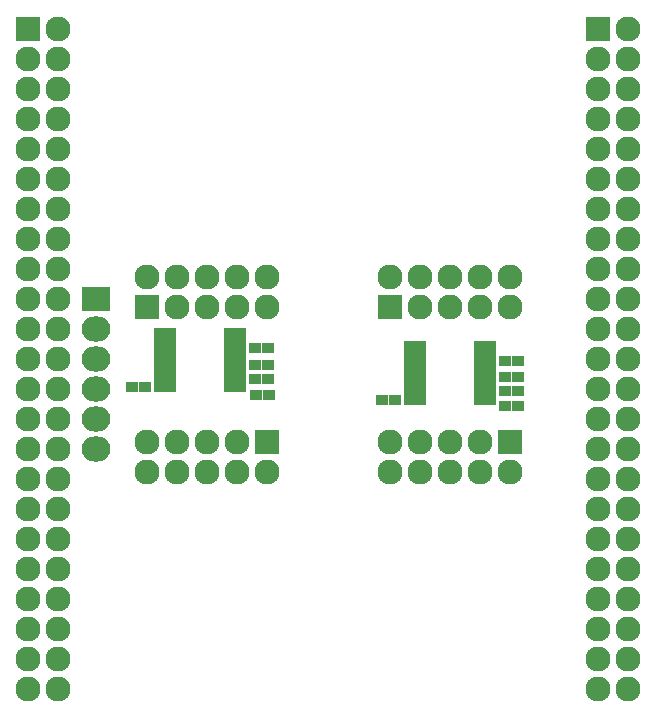
<source format=gts>
G04 #@! TF.FileFunction,Soldermask,Top*
%FSLAX46Y46*%
G04 Gerber Fmt 4.6, Leading zero omitted, Abs format (unit mm)*
G04 Created by KiCad (PCBNEW 4.0.3-stable) date 11/17/16 00:27:15*
%MOMM*%
%LPD*%
G01*
G04 APERTURE LIST*
%ADD10C,0.100000*%
%ADD11R,1.000000X0.900000*%
%ADD12R,2.127200X2.127200*%
%ADD13O,2.127200X2.127200*%
%ADD14R,1.900000X0.850000*%
%ADD15R,2.432000X2.127200*%
%ADD16O,2.432000X2.127200*%
G04 APERTURE END LIST*
D10*
D11*
X97309488Y-124279438D03*
X98409488Y-124279438D03*
X118449000Y-125349000D03*
X119549000Y-125349000D03*
X98409488Y-125476000D03*
X97309488Y-125476000D03*
X119549000Y-126492000D03*
X118449000Y-126492000D03*
X87995488Y-126184438D03*
X86895488Y-126184438D03*
X109135000Y-127254000D03*
X108035000Y-127254000D03*
X98467000Y-126873000D03*
X97367000Y-126873000D03*
X119549000Y-127762000D03*
X118449000Y-127762000D03*
X98409488Y-122882438D03*
X97309488Y-122882438D03*
X119549000Y-123952000D03*
X118449000Y-123952000D03*
D12*
X126365000Y-95885000D03*
D13*
X128905000Y-95885000D03*
X126365000Y-98425000D03*
X128905000Y-98425000D03*
X126365000Y-100965000D03*
X128905000Y-100965000D03*
X126365000Y-103505000D03*
X128905000Y-103505000D03*
X126365000Y-106045000D03*
X128905000Y-106045000D03*
X126365000Y-108585000D03*
X128905000Y-108585000D03*
X126365000Y-111125000D03*
X128905000Y-111125000D03*
X126365000Y-113665000D03*
X128905000Y-113665000D03*
X126365000Y-116205000D03*
X128905000Y-116205000D03*
X126365000Y-118745000D03*
X128905000Y-118745000D03*
X126365000Y-121285000D03*
X128905000Y-121285000D03*
X126365000Y-123825000D03*
X128905000Y-123825000D03*
X126365000Y-126365000D03*
X128905000Y-126365000D03*
X126365000Y-128905000D03*
X128905000Y-128905000D03*
X126365000Y-131445000D03*
X128905000Y-131445000D03*
X126365000Y-133985000D03*
X128905000Y-133985000D03*
X126365000Y-136525000D03*
X128905000Y-136525000D03*
X126365000Y-139065000D03*
X128905000Y-139065000D03*
X126365000Y-141605000D03*
X128905000Y-141605000D03*
X126365000Y-144145000D03*
X128905000Y-144145000D03*
X126365000Y-146685000D03*
X128905000Y-146685000D03*
X126365000Y-149225000D03*
X128905000Y-149225000D03*
X126365000Y-151765000D03*
X128905000Y-151765000D03*
D12*
X78105000Y-95885000D03*
D13*
X80645000Y-95885000D03*
X78105000Y-98425000D03*
X80645000Y-98425000D03*
X78105000Y-100965000D03*
X80645000Y-100965000D03*
X78105000Y-103505000D03*
X80645000Y-103505000D03*
X78105000Y-106045000D03*
X80645000Y-106045000D03*
X78105000Y-108585000D03*
X80645000Y-108585000D03*
X78105000Y-111125000D03*
X80645000Y-111125000D03*
X78105000Y-113665000D03*
X80645000Y-113665000D03*
X78105000Y-116205000D03*
X80645000Y-116205000D03*
X78105000Y-118745000D03*
X80645000Y-118745000D03*
X78105000Y-121285000D03*
X80645000Y-121285000D03*
X78105000Y-123825000D03*
X80645000Y-123825000D03*
X78105000Y-126365000D03*
X80645000Y-126365000D03*
X78105000Y-128905000D03*
X80645000Y-128905000D03*
X78105000Y-131445000D03*
X80645000Y-131445000D03*
X78105000Y-133985000D03*
X80645000Y-133985000D03*
X78105000Y-136525000D03*
X80645000Y-136525000D03*
X78105000Y-139065000D03*
X80645000Y-139065000D03*
X78105000Y-141605000D03*
X80645000Y-141605000D03*
X78105000Y-144145000D03*
X80645000Y-144145000D03*
X78105000Y-146685000D03*
X80645000Y-146685000D03*
X78105000Y-149225000D03*
X80645000Y-149225000D03*
X78105000Y-151765000D03*
X80645000Y-151765000D03*
D14*
X95602488Y-126162438D03*
X95602488Y-125512438D03*
X95602488Y-124862438D03*
X95602488Y-124212438D03*
X95602488Y-123562438D03*
X95602488Y-122912438D03*
X95602488Y-122262438D03*
X95602488Y-121612438D03*
X89702488Y-121612438D03*
X89702488Y-122262438D03*
X89702488Y-122912438D03*
X89702488Y-123562438D03*
X89702488Y-124212438D03*
X89702488Y-124862438D03*
X89702488Y-125512438D03*
X89702488Y-126162438D03*
X116742000Y-127254000D03*
X116742000Y-126604000D03*
X116742000Y-125954000D03*
X116742000Y-125304000D03*
X116742000Y-124654000D03*
X116742000Y-124004000D03*
X116742000Y-123354000D03*
X116742000Y-122704000D03*
X110842000Y-122704000D03*
X110842000Y-123354000D03*
X110842000Y-124004000D03*
X110842000Y-124654000D03*
X110842000Y-125304000D03*
X110842000Y-125954000D03*
X110842000Y-126604000D03*
X110842000Y-127254000D03*
D15*
X83820000Y-118745000D03*
D16*
X83820000Y-121285000D03*
X83820000Y-123825000D03*
X83820000Y-126365000D03*
X83820000Y-128905000D03*
X83820000Y-131445000D03*
D12*
X98298000Y-130784600D03*
D13*
X98298000Y-133324600D03*
X95758000Y-130784600D03*
X95758000Y-133324600D03*
X93218000Y-130784600D03*
X93218000Y-133324600D03*
X90678000Y-130784600D03*
X90678000Y-133324600D03*
X88138000Y-130784600D03*
X88138000Y-133324600D03*
D12*
X108712000Y-119380000D03*
D13*
X108712000Y-116840000D03*
X111252000Y-119380000D03*
X111252000Y-116840000D03*
X113792000Y-119380000D03*
X113792000Y-116840000D03*
X116332000Y-119380000D03*
X116332000Y-116840000D03*
X118872000Y-119380000D03*
X118872000Y-116840000D03*
D12*
X88138000Y-119380000D03*
D13*
X88138000Y-116840000D03*
X90678000Y-119380000D03*
X90678000Y-116840000D03*
X93218000Y-119380000D03*
X93218000Y-116840000D03*
X95758000Y-119380000D03*
X95758000Y-116840000D03*
X98298000Y-119380000D03*
X98298000Y-116840000D03*
D12*
X118872000Y-130784600D03*
D13*
X118872000Y-133324600D03*
X116332000Y-130784600D03*
X116332000Y-133324600D03*
X113792000Y-130784600D03*
X113792000Y-133324600D03*
X111252000Y-130784600D03*
X111252000Y-133324600D03*
X108712000Y-130784600D03*
X108712000Y-133324600D03*
M02*

</source>
